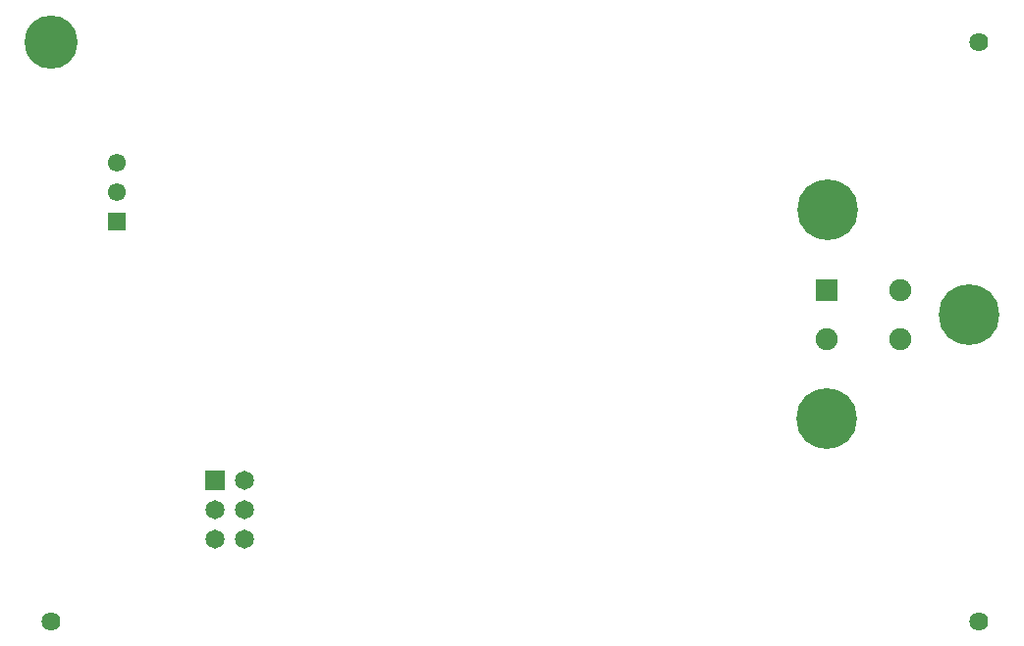
<source format=gbs>
G04*
G04 #@! TF.GenerationSoftware,Altium Limited,Altium Designer,24.2.2 (26)*
G04*
G04 Layer_Color=16711935*
%FSLAX25Y25*%
%MOIN*%
G70*
G04*
G04 #@! TF.SameCoordinates,A429EB9D-CF2C-4BE8-93C1-183C4CBB5CAF*
G04*
G04*
G04 #@! TF.FilePolarity,Negative*
G04*
G01*
G75*
%ADD47C,0.06400*%
%ADD48R,0.06502X0.06502*%
%ADD49C,0.06502*%
%ADD50C,0.06102*%
%ADD51R,0.06102X0.06102*%
%ADD52C,0.20656*%
%ADD53C,0.07487*%
%ADD54R,0.07487X0.07487*%
%ADD55C,0.18117*%
D47*
X354331Y19685D02*
D03*
X39370D02*
D03*
X354331Y216535D02*
D03*
D48*
X95000Y67480D02*
D03*
D49*
Y57480D02*
D03*
Y47480D02*
D03*
X105000Y67480D02*
D03*
Y57480D02*
D03*
Y47480D02*
D03*
D50*
X61811Y175748D02*
D03*
Y165748D02*
D03*
D51*
Y155748D02*
D03*
D52*
X302874Y159449D02*
D03*
X302559Y88504D02*
D03*
X351181Y124016D02*
D03*
D53*
X302559Y115709D02*
D03*
X327559D02*
D03*
Y132244D02*
D03*
D54*
X302559D02*
D03*
D55*
X39370Y216535D02*
D03*
M02*

</source>
